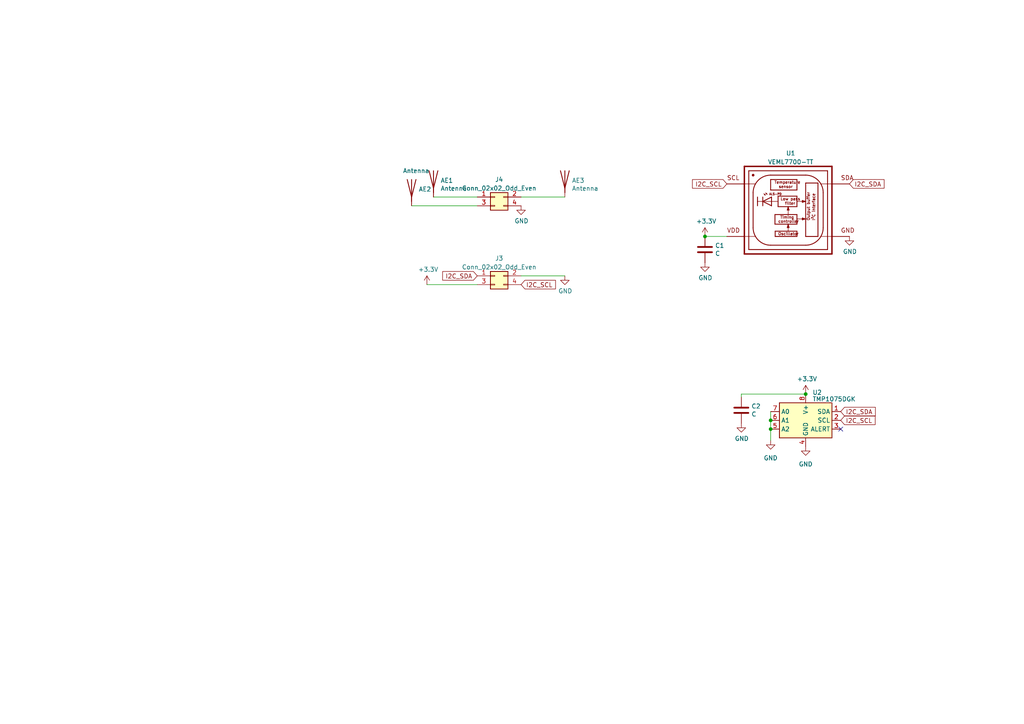
<source format=kicad_sch>
(kicad_sch (version 20230121) (generator eeschema)
  (paper "A4")
  (lib_symbols
    (symbol "Connector_Generic:Conn_02x02_Odd_Even" (pin_names (offset 1.016) hide)
      (property "Reference" "J" (at 1.27 2.54 0))
      (property "Value" "Conn_02x02_Odd_Even" (at 1.27 -5.08 0))
      (symbol "Conn_02x02_Odd_Even_1_1"
        (rectangle (start -1.27 -2.413) (end 0 -2.667) (stroke (width 0.1524)))
        (rectangle (start -1.27 0.127) (end 0 -0.127) (stroke (width 0.1524)))
        (rectangle (start -1.27 1.27) (end 3.81 -3.81) (stroke (width 0.254)) (fill (type background)))
        (rectangle (start 3.81 -2.413) (end 2.54 -2.667) (stroke (width 0.1524)))
        (rectangle (start 3.81 0.127) (end 2.54 -0.127) (stroke (width 0.1524)))
        (pin passive line (at -5.08 0 0) (length 3.81) (name "Pin_1") (number "1"))
        (pin passive line (at 7.62 0 180) (length 3.81) (name "Pin_2") (number "2"))
        (pin passive line (at -5.08 -2.54 0) (length 3.81) (name "Pin_3") (number "3"))
        (pin passive line (at 7.62 -2.54 180) (length 3.81) (name "Pin_4") (number "4"))
      )
    )
    (symbol "Device:Antenna" (pin_numbers hide) (pin_names (offset 1.016) hide)
      (property "Reference" "AE" (at -1.905 1.905 0))
      (property "Value" "Antenna" (at -1.905 0 0))
      (symbol "Antenna_0_1"
        (polyline (pts (xy 0 2.54) (xy 0 -3.81)) (stroke (width 0.254)))
        (polyline (pts (xy 1.27 2.54) (xy 0 -2.54) (xy -1.27 2.54)) (stroke (width 0.254)))
      )
      (symbol "Antenna_1_1"
        (pin input line (at 0 -5.08 90) (length 2.54) (name "A") (number "1"))
      )
    )
    (symbol "Device:C" (pin_numbers hide) (pin_names (offset 0.254))
      (property "Reference" "C" (at 0.635 2.54 0))
      (property "Value" "C" (at 0.635 -2.54 0))
      (symbol "C_0_1"
        (polyline (pts (xy -2.032 -0.762) (xy 2.032 -0.762)) (stroke (width 0.508)))
        (polyline (pts (xy -2.032 0.762) (xy 2.032 0.762)) (stroke (width 0.508)))
      )
      (symbol "C_1_1"
        (pin passive line (at 0 3.81 270) (length 2.794) (name "~") (number "1"))
        (pin passive line (at 0 -3.81 90) (length 2.794) (name "~") (number "2"))
      )
    )
    (symbol "MyLibrary:VEML7700-TT" (pin_numbers hide) (pin_names (offset 1.016) hide)
      (property "Reference" "U" (at -12.7 13.462 0))
      (property "Value" "VEML7700-TT" (at -12.7 -15.24 0))
      (symbol "VEML7700-TT_0_0"
        (arc (start -10.16 -5.08) (mid -8.6721 -8.6721) (end -5.08 -10.16) (stroke (width 0.254)))
        (circle (center -10.16 10.16) (radius 0.127) (stroke (width 0.254)))
        (circle (center -10.16 10.16) (radius 0.254) (stroke (width 0.254)))
        (arc (start -5.08 10.16) (mid -8.6721 8.6721) (end -10.16 5.08) (stroke (width 0.254)))
        (polyline (pts (xy -12.7 -12.7) (xy -12.7 -7.62)) (stroke (width 0.4064)))
        (polyline (pts (xy -12.7 -7.62) (xy -12.7 7.62)) (stroke (width 0.4064)))
        (polyline (pts (xy -12.7 -7.62) (xy -11.43 -7.62)) (stroke (width 0.1524)))
        (polyline (pts (xy -12.7 7.62) (xy -12.7 12.7)) (stroke (width 0.4064)))
        (polyline (pts (xy -12.7 7.62) (xy -11.43 7.62)) (stroke (width 0.1524)))
        (polyline (pts (xy -12.7 12.7) (xy 12.7 12.7)) (stroke (width 0.4064)))
        (polyline (pts (xy -11.43 -11.43) (xy 11.43 -11.43)) (stroke (width 0.254)))
        (polyline (pts (xy -11.43 -7.62) (xy -11.43 -11.43)) (stroke (width 0.254)))
        (polyline (pts (xy -11.43 -7.62) (xy -9.398 -7.62)) (stroke (width 0.1524)))
        (polyline (pts (xy -11.43 7.62) (xy -11.43 -7.62)) (stroke (width 0.254)))
        (polyline (pts (xy -11.43 7.62) (xy -9.398 7.62)) (stroke (width 0.1524)))
        (polyline (pts (xy -11.43 11.43) (xy -11.43 7.62)) (stroke (width 0.254)))
        (polyline (pts (xy -10.16 5.08) (xy -10.16 -5.08)) (stroke (width 0.254)))
        (polyline (pts (xy -8.89 2.54) (xy -8.89 1.27)) (stroke (width 0.254)))
        (polyline (pts (xy -8.89 2.54) (xy -8.89 3.81)) (stroke (width 0.254)))
        (polyline (pts (xy -7.366 1.27) (xy -7.366 2.54)) (stroke (width 0.254)))
        (polyline (pts (xy -7.366 2.54) (xy -8.89 2.54)) (stroke (width 0.1524)))
        (polyline (pts (xy -7.366 2.54) (xy -7.366 3.81)) (stroke (width 0.254)))
        (polyline (pts (xy -7.366 2.54) (xy -4.826 3.81)) (stroke (width 0.254)))
        (polyline (pts (xy -7.366 2.54) (xy -2.8702 2.54)) (stroke (width 0.1524)))
        (polyline (pts (xy -7.112 4.826) (xy -6.604 4.318)) (stroke (width 0.127)))
        (polyline (pts (xy -6.9596 4.4704) (xy -6.7564 4.699)) (stroke (width 0.127)))
        (polyline (pts (xy -6.7564 4.699) (xy -6.604 4.318)) (stroke (width 0.127)))
        (polyline (pts (xy -6.604 4.318) (xy -6.9596 4.4704)) (stroke (width 0.127)))
        (polyline (pts (xy -6.604 5.08) (xy -6.096 4.572)) (stroke (width 0.127)))
        (polyline (pts (xy -6.4516 4.7244) (xy -6.2484 4.953)) (stroke (width 0.127)))
        (polyline (pts (xy -6.2484 4.953) (xy -6.096 4.572)) (stroke (width 0.127)))
        (polyline (pts (xy -6.096 4.572) (xy -6.4516 4.7244)) (stroke (width 0.127)))
        (polyline (pts (xy -5.08 -10.16) (xy 5.08 -10.16)) (stroke (width 0.254)))
        (polyline (pts (xy -5.08 5.842) (xy -5.08 8.89)) (stroke (width 0.254)))
        (polyline (pts (xy -5.08 8.89) (xy 2.54 8.89)) (stroke (width 0.254)))
        (polyline (pts (xy -4.826 1.27) (xy -7.366 2.54)) (stroke (width 0.254)))
        (polyline (pts (xy -4.826 3.81) (xy -4.826 1.27)) (stroke (width 0.254)))
        (polyline (pts (xy -3.8354 -4.064) (xy 0 -4.064)) (stroke (width 0.254)))
        (polyline (pts (xy -3.8354 -1.27) (xy -3.8354 -4.064)) (stroke (width 0.254)))
        (polyline (pts (xy -3.7592 -7.62) (xy 2.54 -7.62)) (stroke (width 0.254)))
        (polyline (pts (xy -3.7592 -6.096) (xy -3.7592 -7.62)) (stroke (width 0.254)))
        (polyline (pts (xy -2.921 1.016) (xy 0 1.016)) (stroke (width 0.254)))
        (polyline (pts (xy -2.921 4.064) (xy -2.921 1.016)) (stroke (width 0.254)))
        (polyline (pts (xy -0.254 -5.0292) (xy 0.254 -5.0292)) (stroke (width 0.254)))
        (polyline (pts (xy -0.254 0.0508) (xy 0.254 0.0508)) (stroke (width 0.254)))
        (polyline (pts (xy 0 -6.096) (xy -3.7592 -6.096)) (stroke (width 0.254)))
        (polyline (pts (xy 0 -6.096) (xy 0 -4.064)) (stroke (width 0.1524)))
        (polyline (pts (xy 0 -4.2164) (xy -0.254 -5.0292)) (stroke (width 0.254)))
        (polyline (pts (xy 0 -4.064) (xy 2.54 -4.064)) (stroke (width 0.254)))
        (polyline (pts (xy 0 -1.27) (xy -3.8354 -1.27)) (stroke (width 0.254)))
        (polyline (pts (xy 0 -1.27) (xy 0 1.016)) (stroke (width 0.1524)))
        (polyline (pts (xy 0 0.8636) (xy -0.254 0.0508)) (stroke (width 0.254)))
        (polyline (pts (xy 0 1.016) (xy 2.54 1.016)) (stroke (width 0.254)))
        (polyline (pts (xy 0.254 -5.0292) (xy 0 -4.2164)) (stroke (width 0.254)))
        (polyline (pts (xy 0.254 0.0508) (xy 0 0.8636)) (stroke (width 0.254)))
        (polyline (pts (xy 2.54 -7.62) (xy 2.54 -6.096)) (stroke (width 0.254)))
        (polyline (pts (xy 2.54 -6.096) (xy 0 -6.096)) (stroke (width 0.254)))
        (polyline (pts (xy 2.54 -4.064) (xy 2.54 -2.54)) (stroke (width 0.254)))
        (polyline (pts (xy 2.54 -2.54) (xy 2.54 -1.27)) (stroke (width 0.254)))
        (polyline (pts (xy 2.54 -2.54) (xy 5.08 -2.54)) (stroke (width 0.1524)))
        (polyline (pts (xy 2.54 -1.27) (xy 0 -1.27)) (stroke (width 0.254)))
        (polyline (pts (xy 2.54 1.016) (xy 2.54 2.54)) (stroke (width 0.254)))
        (polyline (pts (xy 2.54 2.54) (xy 2.54 4.064)) (stroke (width 0.254)))
        (polyline (pts (xy 2.54 2.54) (xy 4.9276 2.54)) (stroke (width 0.1524)))
        (polyline (pts (xy 2.54 4.064) (xy -2.921 4.064)) (stroke (width 0.254)))
        (polyline (pts (xy 2.54 5.842) (xy -5.08 5.842)) (stroke (width 0.254)))
        (polyline (pts (xy 2.54 8.89) (xy 2.54 5.842)) (stroke (width 0.254)))
        (polyline (pts (xy 4.1148 -2.794) (xy 4.9276 -2.54)) (stroke (width 0.254)))
        (polyline (pts (xy 4.1148 -2.286) (xy 4.1148 -2.794)) (stroke (width 0.254)))
        (polyline (pts (xy 4.1148 2.286) (xy 4.9276 2.54)) (stroke (width 0.254)))
        (polyline (pts (xy 4.1148 2.794) (xy 4.1148 2.286)) (stroke (width 0.254)))
        (polyline (pts (xy 4.9276 -2.54) (xy 4.1148 -2.286)) (stroke (width 0.254)))
        (polyline (pts (xy 4.9276 2.54) (xy 4.1148 2.794)) (stroke (width 0.254)))
        (polyline (pts (xy 5.08 -7.62) (xy 5.08 -2.54)) (stroke (width 0.254)))
        (polyline (pts (xy 5.08 -2.54) (xy 5.08 2.54)) (stroke (width 0.254)))
        (polyline (pts (xy 5.08 2.54) (xy 4.9276 2.54)) (stroke (width 0.254)))
        (polyline (pts (xy 5.08 2.54) (xy 5.08 7.874)) (stroke (width 0.254)))
        (polyline (pts (xy 5.08 7.874) (xy 8.636 7.874)) (stroke (width 0.254)))
        (polyline (pts (xy 5.08 10.16) (xy -5.08 10.16)) (stroke (width 0.254)))
        (polyline (pts (xy 8.636 -7.62) (xy 5.08 -7.62)) (stroke (width 0.254)))
        (polyline (pts (xy 8.636 7.874) (xy 8.636 -7.62)) (stroke (width 0.254)))
        (polyline (pts (xy 10.16 -5.08) (xy 10.16 5.08)) (stroke (width 0.254)))
        (polyline (pts (xy 11.43 -11.43) (xy 11.43 -7.62)) (stroke (width 0.254)))
        (polyline (pts (xy 11.43 -7.62) (xy 9.398 -7.62)) (stroke (width 0.1524)))
        (polyline (pts (xy 11.43 -7.62) (xy 11.43 7.62)) (stroke (width 0.254)))
        (polyline (pts (xy 11.43 -7.62) (xy 12.7 -7.62)) (stroke (width 0.1524)))
        (polyline (pts (xy 11.43 7.62) (xy 9.398 7.62)) (stroke (width 0.1524)))
        (polyline (pts (xy 11.43 7.62) (xy 11.43 11.43)) (stroke (width 0.254)))
        (polyline (pts (xy 11.43 7.62) (xy 12.7 7.62)) (stroke (width 0.1524)))
        (polyline (pts (xy 11.43 11.43) (xy -11.43 11.43)) (stroke (width 0.254)))
        (polyline (pts (xy 12.7 -12.7) (xy -12.7 -12.7)) (stroke (width 0.4064)))
        (polyline (pts (xy 12.7 -7.62) (xy 12.7 -12.7)) (stroke (width 0.4064)))
        (polyline (pts (xy 12.7 7.62) (xy 12.7 -7.62)) (stroke (width 0.4064)))
        (polyline (pts (xy 12.7 12.7) (xy 12.7 7.62)) (stroke (width 0.4064)))
        (arc (start 5.08 -10.16) (mid 8.6721 -8.6721) (end 10.16 -5.08) (stroke (width 0.254)))
        (arc (start 10.16 5.08) (mid 8.6721 8.6721) (end 5.08 10.16) (stroke (width 0.254)))
        (text "ALS-PD" (at -5.588 4.318 0) (effects (font (size 0.6096 0.6096)) (justify left bottom)))
        (text "controller" (at -2.9464 -3.7084 0) (effects (font (size 0.8128 0.8128)) (justify left bottom)))
        (text "filter" (at -1.016 1.524 0) (effects (font (size 0.8128 0.8128)) (justify left bottom)))
        (text "GND" (at 15.24 -6.604 0) (effects (font (size 1.27 1.27)) (justify left bottom)))
        (text "I²C interface" (at 7.874 -3.048 900) (effects (font (size 0.8128 0.8128)) (justify left bottom)))
        (text "Low pass" (at -2.286 2.794 0) (effects (font (size 0.8128 0.8128)) (justify left bottom)))
        (text "Oscillator" (at -2.9718 -7.3152 0) (effects (font (size 0.8128 0.8128)) (justify left bottom)))
        (text "Output buffer" (at 6.35 -3.048 900) (effects (font (size 0.8128 0.8128)) (justify left bottom)))
        (text "SCL" (at -17.78 8.636 0) (effects (font (size 1.27 1.27)) (justify left bottom)))
        (text "SDA" (at 15.24 8.636 0) (effects (font (size 1.27 1.27)) (justify left bottom)))
        (text "sensor" (at -2.794 6.35 0) (effects (font (size 0.8128 0.8128)) (justify left bottom)))
        (text "Temperature" (at -4.064 7.62 0) (effects (font (size 0.8128 0.8128)) (justify left bottom)))
        (text "Timing " (at -2.3876 -2.5146 0) (effects (font (size 0.8128 0.8128)) (justify left bottom)))
        (text "VDD" (at -17.78 -6.604 0) (effects (font (size 1.27 1.27)) (justify left bottom)))
        (pin input line (at -17.78 7.62 0) (length 5.08) (name "SCL") (number "1"))
        (pin power_in line (at -17.78 -7.62 0) (length 5.08) (name "VDD") (number "2"))
        (pin power_in line (at 17.78 -7.62 180) (length 5.08) (name "GND") (number "3"))
        (pin bidirectional line (at 17.78 7.62 180) (length 5.08) (name "SDA") (number "4"))
      )
    )
    (symbol "Sensor_Temperature:TMP1075DGK"
      (property "Reference" "U" (at -6.35 6.35 0))
      (property "Value" "TMP1075DGK" (at 6.35 6.35 0))
      (symbol "TMP1075DGK_0_1"
        (rectangle (start -7.62 5.08) (end 7.62 -5.08) (stroke (width 0.254)) (fill (type background)))
      )
      (symbol "TMP1075DGK_1_1"
        (pin bidirectional line (at 10.16 2.54 180) (length 2.54) (name "SDA") (number "1"))
        (pin input line (at 10.16 0 180) (length 2.54) (name "SCL") (number "2"))
        (pin open_collector line (at 10.16 -2.54 180) (length 2.54) (name "ALERT") (number "3"))
        (pin power_in line (at 0 -7.62 90) (length 2.54) (name "GND") (number "4"))
        (pin input line (at -10.16 -2.54 0) (length 2.54) (name "A2") (number "5"))
        (pin input line (at -10.16 0 0) (length 2.54) (name "A1") (number "6"))
        (pin input line (at -10.16 2.54 0) (length 2.54) (name "A0") (number "7"))
        (pin power_in line (at 0 7.62 270) (length 2.54) (name "V+") (number "8"))
      )
    )
    (symbol "power:+3.3V" (power) (pin_names (offset 0))
      (property "Value" "+3.3V" (at 0 3.556 0))
      (symbol "+3.3V_0_1"
        (polyline (pts (xy -0.762 1.27) (xy 0 2.54)))
        (polyline (pts (xy 0 0) (xy 0 2.54)))
        (polyline (pts (xy 0 2.54) (xy 0.762 1.27)))
      )
      (symbol "+3.3V_1_1"
        (pin power_in line (at 0 0 90) (length 0) hide (name "+3.3V") (number "1"))
      )
    )
    (symbol "power:GND" (power) (pin_names (offset 0))
      (property "Value" "GND" (at 0 -3.81 0))
      (symbol "GND_0_1"
        (polyline (pts (xy 0 0) (xy 0 -1.27) (xy 1.27 -1.27) (xy 0 -2.54) (xy -1.27 -1.27) (xy 0 -1.27)))
      )
      (symbol "GND_1_1"
        (pin power_in line (at 0 0 270) (length 0) hide (name "GND") (number "1"))
      )
    )
  )
  (junction (at 223.52 124.46))
  (junction (at 204.47 68.58))
  (junction (at 233.68 114.3))
  (junction (at 223.52 121.92))
  (no_connect (at 243.84 124.46))
  (wire (pts (xy 125.73 57.15) (xy 138.43 57.15)))
  (wire (pts (xy 215.011 114.3) (xy 215.011 115.189)))
  (wire (pts (xy 123.825 82.55) (xy 138.43 82.55)))
  (wire (pts (xy 151.13 57.15) (xy 163.83 57.15)))
  (wire (pts (xy 210.82 68.58) (xy 204.47 68.58)))
  (wire (pts (xy 233.68 114.3) (xy 215.011 114.3)))
  (wire (pts (xy 119.38 59.69) (xy 138.43 59.69)))
  (wire (pts (xy 151.13 80.01) (xy 163.83 80.01)))
  (wire (pts (xy 223.52 119.38) (xy 223.52 121.92)))
  (wire (pts (xy 223.52 121.92) (xy 223.52 124.46)))
  (wire (pts (xy 223.52 124.46) (xy 223.52 127.762)))
  (global_label "I2C_SDA" (shape input) (at 243.84 119.38 0) (property "Intersheetrefs" "${INTERSHEET_REFS}" (effects hide)))
  (global_label "I2C_SCL" (shape input) (at 243.84 121.92 0) (property "Intersheetrefs" "${INTERSHEET_REFS}" (effects hide)))
  (global_label "I2C_SCL" (shape input) (at 151.13 82.55 0) (property "Intersheetrefs" "${INTERSHEET_REFS}" (effects hide)))
  (global_label "I2C_SCL" (shape input) (at 210.82 53.34 180) (property "Intersheetrefs" "${INTERSHEET_REFS}" (effects hide)))
  (global_label "I2C_SDA" (shape input) (at 138.43 80.01 180) (property "Intersheetrefs" "${INTERSHEET_REFS}" (effects hide)))
  (global_label "I2C_SDA" (shape input) (at 246.38 53.34 0) (property "Intersheetrefs" "${INTERSHEET_REFS}" (effects hide)))
  (symbol (lib_id "Device:Antenna") (at 163.83 52.07 0) (unit 1)
    (property "Reference" "AE3" (at 165.862 52.3494 0) (effects (justify left)))
    (property "Value" "Antenna" (at 165.862 54.6608 0) (effects (justify left)))
    (property "Footprint" "MyFootprint:CapButtonMinus" (effects hide))
  )
  (symbol (lib_id "Device:Antenna") (at 119.38 54.61 0) (unit 1)
    (property "Reference" "AE2" (at 121.412 54.8894 0) (effects (justify left)))
    (property "Value" "Antenna" (at 116.84 49.53 0) (effects (justify left)))
    (property "Footprint" "MyFootprint:CapButtonEnter" (effects hide))
  )
  (symbol (lib_id "Device:Antenna") (at 125.73 52.07 0) (unit 1)
    (property "Reference" "AE1" (at 127.762 52.3494 0) (effects (justify left)))
    (property "Value" "Antenna" (at 127.762 54.6608 0) (effects (justify left)))
    (property "Footprint" "MyFootprint:CapButtonPlus" (effects hide))
  )
  (symbol (lib_id "power:GND") (at 163.83 80.01 0) (unit 1)
    (property "Reference" "#PWR0102" (effects hide))
    (property "Value" "GND" (at 163.957 84.4042 0))
  )
  (symbol (lib_id "power:GND") (at 246.38 68.58 0) (unit 1)
    (property "Reference" "#PWR0103" (effects hide))
    (property "Value" "GND" (at 246.507 72.9742 0))
  )
  (symbol (lib_id "power:+3.3V") (at 123.825 82.55 0) (unit 1)
    (property "Reference" "#PWR0104" (effects hide))
    (property "Value" "+3.3V" (at 124.206 78.1558 0))
  )
  (symbol (lib_id "power:+3.3V") (at 204.47 68.58 0) (unit 1)
    (property "Reference" "#PWR0105" (effects hide))
    (property "Value" "+3.3V" (at 204.851 64.1858 0))
  )
  (symbol (lib_id "Device:C") (at 204.47 72.39 0) (unit 1)
    (property "Reference" "C1" (at 207.391 71.2216 0) (effects (justify left)))
    (property "Value" "C" (at 207.391 73.533 0) (effects (justify left)))
    (property "Footprint" "Capacitor_SMD:C_0805_2012Metric" (effects hide))
  )
  (symbol (lib_id "power:GND") (at 204.47 76.2 0) (unit 1)
    (property "Reference" "#PWR0106" (effects hide))
    (property "Value" "GND" (at 204.597 80.5942 0))
  )
  (symbol (lib_id "power:GND") (at 151.13 59.69 0) (unit 1)
    (property "Reference" "#PWR0107" (effects hide))
    (property "Value" "GND" (at 151.257 64.0842 0))
  )
  (symbol (lib_id "Connector_Generic:Conn_02x02_Odd_Even") (at 143.51 57.15 0) (unit 1)
    (property "Reference" "J4" (at 144.78 52.07 0))
    (property "Value" "Conn_02x02_Odd_Even" (at 144.78 54.61 0))
    (property "Footprint" "Connector_PinHeader_2.54mm:PinHeader_2x02_P2.54mm_Vertical_SMD" (effects hide))
  )
  (symbol (lib_id "power:GND") (at 215.011 122.809 0) (unit 1)
    (property "Reference" "#PWR03" (effects hide))
    (property "Value" "GND" (at 215.138 127.2032 0))
  )
  (symbol (lib_id "Device:C") (at 215.011 118.999 0) (unit 1)
    (property "Reference" "C2" (at 217.932 117.8306 0) (effects (justify left)))
    (property "Value" "C" (at 217.932 120.142 0) (effects (justify left)))
    (property "Footprint" "Capacitor_SMD:C_0805_2012Metric" (effects hide))
  )
  (symbol (lib_id "MyLibrary:VEML7700-TT") (at 228.6 60.96 0) (unit 1)
    (property "Reference" "U1" (at 229.3367 44.45 0))
    (property "Value" "VEML7700-TT" (at 229.3367 46.99 0))
    (property "Footprint" "MyFootprint:VEML7700" (effects hide))
    (property "Datasheet" "SMD-4 Vishay Semiconductor" (effects hide))
    (property "Field8" "Vishay Semiconductor" (effects hide))
  )
  (symbol (lib_id "power:+3.3V") (at 233.68 114.3 0) (unit 1)
    (property "Reference" "#PWR02" (effects hide))
    (property "Value" "+3.3V" (at 234.061 109.9058 0))
  )
  (symbol (lib_id "power:GND") (at 233.68 129.54 0) (unit 1)
    (property "Reference" "#PWR01" (effects hide))
    (property "Value" "GND" (at 233.68 134.62 0))
  )
  (symbol (lib_id "Connector_Generic:Conn_02x02_Odd_Even") (at 143.51 80.01 0) (unit 1)
    (property "Reference" "J3" (at 144.78 74.93 0))
    (property "Value" "Conn_02x02_Odd_Even" (at 144.78 77.47 0))
    (property "Footprint" "Connector_PinHeader_2.54mm:PinHeader_2x02_P2.54mm_Vertical_SMD" (effects hide))
  )
  (symbol (lib_id "power:GND") (at 223.52 127.762 0) (unit 1)
    (property "Reference" "#PWR04" (effects hide))
    (property "Value" "GND" (at 223.52 132.842 0))
  )
  (symbol (lib_id "Sensor_Temperature:TMP1075DGK") (at 233.68 121.92 0) (unit 1)
    (property "Reference" "U2" (at 235.6359 113.8301 0) (effects (justify left)))
    (property "Value" "TMP1075DGK" (at 235.6359 115.7511 0) (effects (justify left)))
    (property "Footprint" "Package_SO:VSSOP-8_3.0x3.0mm_P0.65mm" (effects hide))
    (property "Datasheet" "https://www.ti.com/lit/gpn/tmp1075" (effects hide))
  )
)
</source>
